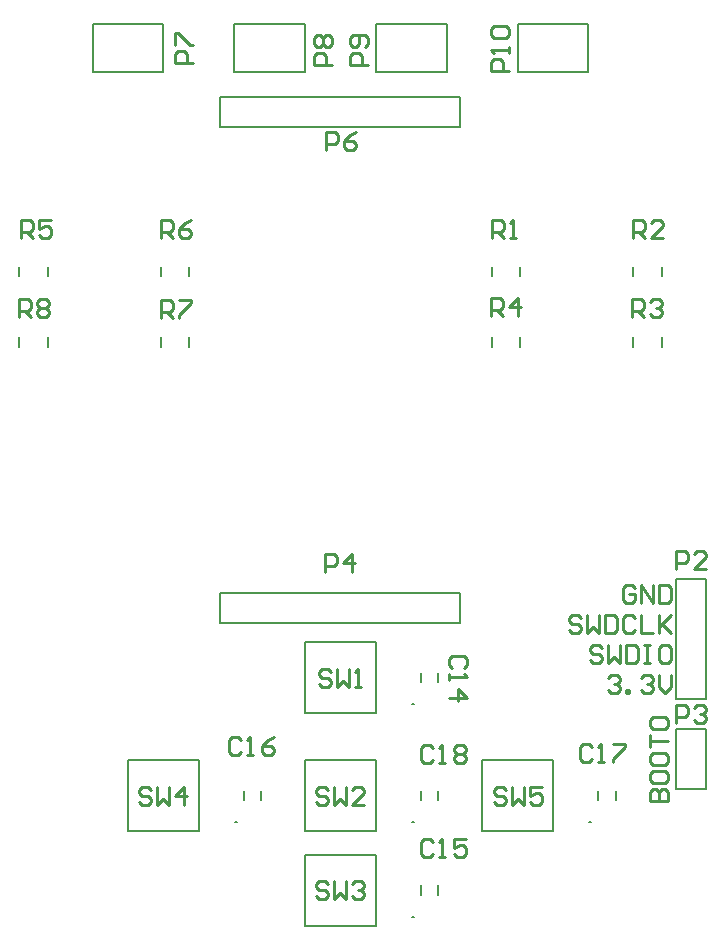
<source format=gto>
G04*
G04 #@! TF.GenerationSoftware,Altium Limited,Altium Designer,20.1.8 (145)*
G04*
G04 Layer_Color=65535*
%FSLAX25Y25*%
%MOIN*%
G70*
G04*
G04 #@! TF.SameCoordinates,8B47BC37-8199-49A1-8C2A-9A070CC082B9*
G04*
G04*
G04 #@! TF.FilePolarity,Positive*
G04*
G01*
G75*
%ADD10C,0.00787*%
%ADD11C,0.00787*%
%ADD12C,0.00500*%
%ADD13C,0.01000*%
D10*
X309902Y261972D02*
X309114D01*
X309902D01*
X250847Y301343D02*
X250059D01*
X250847D01*
X191791Y261972D02*
X191004D01*
X191791D01*
X250847D02*
X250059D01*
X250847D01*
Y230476D02*
X250059D01*
X250847D01*
X186236Y338425D02*
X266236D01*
X186236Y328425D02*
Y338425D01*
Y328425D02*
X266236D01*
Y338425D01*
X128598Y420433D02*
Y423583D01*
X119150Y420433D02*
Y423583D01*
X175843Y420433D02*
Y423583D01*
X166394Y420433D02*
Y423583D01*
X333323Y420433D02*
Y423583D01*
X323874Y420433D02*
Y423583D01*
X286079Y420433D02*
Y423583D01*
X276630Y420433D02*
Y423583D01*
X253008Y308622D02*
Y311772D01*
X258913Y308622D02*
Y311772D01*
X338000Y343000D02*
X348000D01*
Y303000D02*
Y343000D01*
X338000Y303000D02*
Y343000D01*
Y303000D02*
X348000D01*
X338000Y293000D02*
X348000D01*
Y273000D02*
Y293000D01*
X338000Y273000D02*
X348000D01*
X338000D02*
Y293000D01*
X266236Y493780D02*
Y503780D01*
X186236Y493780D02*
X266236D01*
X186236D02*
Y503780D01*
X266236D01*
X312063Y269252D02*
Y272402D01*
X317969Y269252D02*
Y272402D01*
X253008Y269252D02*
Y272402D01*
X258913Y269252D02*
Y272402D01*
X199858Y269252D02*
Y272402D01*
X193953Y269252D02*
Y272402D01*
X119150Y444055D02*
Y447205D01*
X128598Y444055D02*
Y447205D01*
X166394Y444055D02*
Y447205D01*
X175843Y444055D02*
Y447205D01*
X323874Y444055D02*
Y447205D01*
X333323Y444055D02*
Y447205D01*
X276630Y444055D02*
Y447205D01*
X286079Y444055D02*
Y447205D01*
X258913Y237756D02*
Y240906D01*
X253008Y237756D02*
Y240906D01*
D11*
X143594Y512153D02*
Y528153D01*
X167138Y512153D02*
Y528153D01*
X143594Y512153D02*
X167138D01*
X143594Y528154D02*
X167138D01*
X190838D02*
X214382D01*
X190838Y512153D02*
X214382D01*
Y528153D01*
X190838Y512153D02*
Y528153D01*
X238082Y512153D02*
Y528153D01*
X261626Y512153D02*
Y528153D01*
X238082Y512153D02*
X261626D01*
X238082Y528154D02*
X261626D01*
X285326D02*
X308870D01*
X285326Y512153D02*
X308870D01*
Y528153D01*
X285326Y512153D02*
Y528153D01*
D12*
X297102Y259016D02*
Y282638D01*
X273480Y259016D02*
X297102D01*
X273480D02*
Y282638D01*
X297102D01*
X238047Y298386D02*
Y322008D01*
X214425Y298386D02*
X238047D01*
X214425D02*
Y322008D01*
X238047D01*
X178992Y259016D02*
Y282638D01*
X155370Y259016D02*
X178992D01*
X155370D02*
Y282638D01*
X178992D01*
X238047Y259016D02*
Y282638D01*
X214425Y259016D02*
X238047D01*
X214425D02*
Y282638D01*
X238047D01*
Y227520D02*
Y251142D01*
X214425Y227520D02*
X238047D01*
X214425D02*
Y251142D01*
X238047D01*
D13*
X329502Y269000D02*
X335500D01*
Y271999D01*
X334500Y272999D01*
X333501D01*
X332501Y271999D01*
Y269000D01*
Y271999D01*
X331501Y272999D01*
X330502D01*
X329502Y271999D01*
Y269000D01*
Y277997D02*
Y275998D01*
X330502Y274998D01*
X334500D01*
X335500Y275998D01*
Y277997D01*
X334500Y278997D01*
X330502D01*
X329502Y277997D01*
Y283995D02*
Y281996D01*
X330502Y280996D01*
X334500D01*
X335500Y281996D01*
Y283995D01*
X334500Y284995D01*
X330502D01*
X329502Y283995D01*
Y286994D02*
Y290993D01*
Y288994D01*
X335500D01*
X330502Y292992D02*
X329502Y293992D01*
Y295991D01*
X330502Y296991D01*
X334500D01*
X335500Y295991D01*
Y293992D01*
X334500Y292992D01*
X330502D01*
X315500Y309998D02*
X316500Y310998D01*
X318499D01*
X319499Y309998D01*
Y308999D01*
X318499Y307999D01*
X317499D01*
X318499D01*
X319499Y306999D01*
Y306000D01*
X318499Y305000D01*
X316500D01*
X315500Y306000D01*
X321498Y305000D02*
Y306000D01*
X322498D01*
Y305000D01*
X321498D01*
X326496Y309998D02*
X327496Y310998D01*
X329496D01*
X330495Y309998D01*
Y308999D01*
X329496Y307999D01*
X328496D01*
X329496D01*
X330495Y306999D01*
Y306000D01*
X329496Y305000D01*
X327496D01*
X326496Y306000D01*
X332494Y310998D02*
Y306999D01*
X334494Y305000D01*
X336493Y306999D01*
Y310998D01*
X313499Y319998D02*
X312499Y320998D01*
X310500D01*
X309500Y319998D01*
Y318999D01*
X310500Y317999D01*
X312499D01*
X313499Y316999D01*
Y316000D01*
X312499Y315000D01*
X310500D01*
X309500Y316000D01*
X315498Y320998D02*
Y315000D01*
X317497Y316999D01*
X319497Y315000D01*
Y320998D01*
X321496D02*
Y315000D01*
X324495D01*
X325495Y316000D01*
Y319998D01*
X324495Y320998D01*
X321496D01*
X327494D02*
X329493D01*
X328494D01*
Y315000D01*
X327494D01*
X329493D01*
X335492Y320998D02*
X333492D01*
X332493Y319998D01*
Y316000D01*
X333492Y315000D01*
X335492D01*
X336491Y316000D01*
Y319998D01*
X335492Y320998D01*
X306499Y329998D02*
X305499Y330998D01*
X303500D01*
X302500Y329998D01*
Y328999D01*
X303500Y327999D01*
X305499D01*
X306499Y326999D01*
Y326000D01*
X305499Y325000D01*
X303500D01*
X302500Y326000D01*
X308498Y330998D02*
Y325000D01*
X310497Y326999D01*
X312497Y325000D01*
Y330998D01*
X314496D02*
Y325000D01*
X317495D01*
X318495Y326000D01*
Y329998D01*
X317495Y330998D01*
X314496D01*
X324493Y329998D02*
X323493Y330998D01*
X321494D01*
X320494Y329998D01*
Y326000D01*
X321494Y325000D01*
X323493D01*
X324493Y326000D01*
X326492Y330998D02*
Y325000D01*
X330491D01*
X332490Y330998D02*
Y325000D01*
Y326999D01*
X336489Y330998D01*
X333490Y327999D01*
X336489Y325000D01*
X324499Y339998D02*
X323499Y340998D01*
X321500D01*
X320500Y339998D01*
Y336000D01*
X321500Y335000D01*
X323499D01*
X324499Y336000D01*
Y337999D01*
X322499D01*
X326498Y335000D02*
Y340998D01*
X330497Y335000D01*
Y340998D01*
X332496D02*
Y335000D01*
X335495D01*
X336495Y336000D01*
Y339998D01*
X335495Y340998D01*
X332496D01*
X338002Y346400D02*
Y352398D01*
X341001D01*
X342000Y351399D01*
Y349399D01*
X341001Y348400D01*
X338002D01*
X347998Y346400D02*
X344000D01*
X347998Y350399D01*
Y351399D01*
X346999Y352398D01*
X344999D01*
X344000Y351399D01*
X282499Y512502D02*
X276501D01*
Y515501D01*
X277501Y516501D01*
X279500D01*
X280500Y515501D01*
Y512502D01*
X282499Y518501D02*
Y520500D01*
Y519500D01*
X276501D01*
X277501Y518501D01*
Y523499D02*
X276501Y524499D01*
Y526498D01*
X277501Y527498D01*
X281499D01*
X282499Y526498D01*
Y524499D01*
X281499Y523499D01*
X277501D01*
X235499Y514502D02*
X229501D01*
Y517501D01*
X230501Y518500D01*
X232500D01*
X233500Y517501D01*
Y514502D01*
X234499Y520500D02*
X235499Y521499D01*
Y523499D01*
X234499Y524498D01*
X230501D01*
X229501Y523499D01*
Y521499D01*
X230501Y520500D01*
X231500D01*
X232500Y521499D01*
Y524498D01*
X223499Y514502D02*
X217501D01*
Y517501D01*
X218501Y518500D01*
X220500D01*
X221500Y517501D01*
Y514502D01*
X218501Y520500D02*
X217501Y521499D01*
Y523499D01*
X218501Y524498D01*
X219500D01*
X220500Y523499D01*
X221500Y524498D01*
X222499D01*
X223499Y523499D01*
Y521499D01*
X222499Y520500D01*
X221500D01*
X220500Y521499D01*
X219500Y520500D01*
X218501D01*
X220500Y521499D02*
Y523499D01*
X176999Y515002D02*
X171001D01*
Y518001D01*
X172001Y519000D01*
X174000D01*
X175000Y518001D01*
Y515002D01*
X171001Y521000D02*
Y524998D01*
X172001D01*
X175999Y521000D01*
X176999D01*
X221502Y486001D02*
Y491999D01*
X224501D01*
X225500Y490999D01*
Y489000D01*
X224501Y488000D01*
X221502D01*
X231498Y491999D02*
X229499Y490999D01*
X227500Y489000D01*
Y487001D01*
X228499Y486001D01*
X230499D01*
X231498Y487001D01*
Y488000D01*
X230499Y489000D01*
X227500D01*
X256999Y286898D02*
X255999Y287898D01*
X254000D01*
X253000Y286898D01*
Y282900D01*
X254000Y281900D01*
X255999D01*
X256999Y282900D01*
X258998Y281900D02*
X260997D01*
X259998D01*
Y287898D01*
X258998Y286898D01*
X263996D02*
X264996Y287898D01*
X266996D01*
X267995Y286898D01*
Y285899D01*
X266996Y284899D01*
X267995Y283899D01*
Y282900D01*
X266996Y281900D01*
X264996D01*
X263996Y282900D01*
Y283899D01*
X264996Y284899D01*
X263996Y285899D01*
Y286898D01*
X264996Y284899D02*
X266996D01*
X221002Y345501D02*
Y351499D01*
X224001D01*
X225000Y350499D01*
Y348500D01*
X224001Y347500D01*
X221002D01*
X229999Y345501D02*
Y351499D01*
X227000Y348500D01*
X230998D01*
X281293Y272826D02*
X280293Y273826D01*
X278294D01*
X277294Y272826D01*
Y271827D01*
X278294Y270827D01*
X280293D01*
X281293Y269827D01*
Y268828D01*
X280293Y267828D01*
X278294D01*
X277294Y268828D01*
X283292Y273826D02*
Y267828D01*
X285291Y269827D01*
X287291Y267828D01*
Y273826D01*
X293289D02*
X289290D01*
Y270827D01*
X291289Y271827D01*
X292289D01*
X293289Y270827D01*
Y268828D01*
X292289Y267828D01*
X290290D01*
X289290Y268828D01*
X163182Y272826D02*
X162183Y273826D01*
X160183D01*
X159184Y272826D01*
Y271827D01*
X160183Y270827D01*
X162183D01*
X163182Y269827D01*
Y268828D01*
X162183Y267828D01*
X160183D01*
X159184Y268828D01*
X165182Y273826D02*
Y267828D01*
X167181Y269827D01*
X169181Y267828D01*
Y273826D01*
X174179Y267828D02*
Y273826D01*
X171180Y270827D01*
X175179D01*
X222237Y241330D02*
X221238Y242330D01*
X219238D01*
X218239Y241330D01*
Y240331D01*
X219238Y239331D01*
X221238D01*
X222237Y238331D01*
Y237331D01*
X221238Y236332D01*
X219238D01*
X218239Y237331D01*
X224237Y242330D02*
Y236332D01*
X226236Y238331D01*
X228236Y236332D01*
Y242330D01*
X230235Y241330D02*
X231235Y242330D01*
X233234D01*
X234234Y241330D01*
Y240331D01*
X233234Y239331D01*
X232234D01*
X233234D01*
X234234Y238331D01*
Y237331D01*
X233234Y236332D01*
X231235D01*
X230235Y237331D01*
X222237Y272826D02*
X221238Y273826D01*
X219238D01*
X218239Y272826D01*
Y271827D01*
X219238Y270827D01*
X221238D01*
X222237Y269827D01*
Y268828D01*
X221238Y267828D01*
X219238D01*
X218239Y268828D01*
X224237Y273826D02*
Y267828D01*
X226236Y269827D01*
X228236Y267828D01*
Y273826D01*
X234234Y267828D02*
X230235D01*
X234234Y271827D01*
Y272826D01*
X233234Y273826D01*
X231235D01*
X230235Y272826D01*
X223237Y312196D02*
X222237Y313196D01*
X220238D01*
X219238Y312196D01*
Y311197D01*
X220238Y310197D01*
X222237D01*
X223237Y309197D01*
Y308198D01*
X222237Y307198D01*
X220238D01*
X219238Y308198D01*
X225237Y313196D02*
Y307198D01*
X227236Y309197D01*
X229235Y307198D01*
Y313196D01*
X231235Y307198D02*
X233234D01*
X232234D01*
Y313196D01*
X231235Y312196D01*
X119002Y430501D02*
Y436499D01*
X122001D01*
X123000Y435499D01*
Y433500D01*
X122001Y432500D01*
X119002D01*
X121001D02*
X123000Y430501D01*
X125000Y435499D02*
X125999Y436499D01*
X127999D01*
X128998Y435499D01*
Y434500D01*
X127999Y433500D01*
X128998Y432500D01*
Y431501D01*
X127999Y430501D01*
X125999D01*
X125000Y431501D01*
Y432500D01*
X125999Y433500D01*
X125000Y434500D01*
Y435499D01*
X125999Y433500D02*
X127999D01*
X166502Y430001D02*
Y435999D01*
X169501D01*
X170500Y434999D01*
Y433000D01*
X169501Y432000D01*
X166502D01*
X168501D02*
X170500Y430001D01*
X172500Y435999D02*
X176498D01*
Y434999D01*
X172500Y431001D01*
Y430001D01*
X166400Y456700D02*
Y462698D01*
X169399D01*
X170399Y461698D01*
Y459699D01*
X169399Y458699D01*
X166400D01*
X168399D02*
X170399Y456700D01*
X176397Y462698D02*
X174397Y461698D01*
X172398Y459699D01*
Y457700D01*
X173398Y456700D01*
X175397D01*
X176397Y457700D01*
Y458699D01*
X175397Y459699D01*
X172398D01*
X119860Y456729D02*
Y462727D01*
X122859D01*
X123859Y461728D01*
Y459728D01*
X122859Y458729D01*
X119860D01*
X121859D02*
X123859Y456729D01*
X129857Y462727D02*
X125858D01*
Y459728D01*
X127857Y460728D01*
X128857D01*
X129857Y459728D01*
Y457729D01*
X128857Y456729D01*
X126858D01*
X125858Y457729D01*
X276356Y430730D02*
Y436728D01*
X279355D01*
X280354Y435729D01*
Y433730D01*
X279355Y432730D01*
X276356D01*
X278355D02*
X280354Y430730D01*
X285353D02*
Y436728D01*
X282354Y433730D01*
X286353D01*
X323502Y430501D02*
Y436499D01*
X326501D01*
X327500Y435499D01*
Y433500D01*
X326501Y432500D01*
X323502D01*
X325501D02*
X327500Y430501D01*
X329500Y435499D02*
X330499Y436499D01*
X332499D01*
X333498Y435499D01*
Y434500D01*
X332499Y433500D01*
X331499D01*
X332499D01*
X333498Y432500D01*
Y431501D01*
X332499Y430501D01*
X330499D01*
X329500Y431501D01*
X323900Y456700D02*
Y462698D01*
X326899D01*
X327899Y461698D01*
Y459699D01*
X326899Y458699D01*
X323900D01*
X325899D02*
X327899Y456700D01*
X333897D02*
X329898D01*
X333897Y460699D01*
Y461698D01*
X332897Y462698D01*
X330898D01*
X329898Y461698D01*
X276600Y456700D02*
Y462698D01*
X279599D01*
X280599Y461698D01*
Y459699D01*
X279599Y458699D01*
X276600D01*
X278599D02*
X280599Y456700D01*
X282598D02*
X284597D01*
X283598D01*
Y462698D01*
X282598Y461698D01*
X338002Y295001D02*
Y300999D01*
X341001D01*
X342000Y299999D01*
Y298000D01*
X341001Y297000D01*
X338002D01*
X344000Y299999D02*
X344999Y300999D01*
X346999D01*
X347998Y299999D01*
Y299000D01*
X346999Y298000D01*
X345999D01*
X346999D01*
X347998Y297000D01*
Y296001D01*
X346999Y295001D01*
X344999D01*
X344000Y296001D01*
X310001Y286999D02*
X309001Y287999D01*
X307002D01*
X306002Y286999D01*
Y283001D01*
X307002Y282001D01*
X309001D01*
X310001Y283001D01*
X312000Y282001D02*
X314000D01*
X313000D01*
Y287999D01*
X312000Y286999D01*
X316999Y287999D02*
X320998D01*
Y286999D01*
X316999Y283001D01*
Y282001D01*
X193001Y289499D02*
X192001Y290499D01*
X190002D01*
X189002Y289499D01*
Y285501D01*
X190002Y284501D01*
X192001D01*
X193001Y285501D01*
X195001Y284501D02*
X197000D01*
X196000D01*
Y290499D01*
X195001Y289499D01*
X203998Y290499D02*
X201998Y289499D01*
X199999Y287500D01*
Y285501D01*
X200999Y284501D01*
X202998D01*
X203998Y285501D01*
Y286500D01*
X202998Y287500D01*
X199999D01*
X256999Y255398D02*
X255999Y256398D01*
X254000D01*
X253000Y255398D01*
Y251400D01*
X254000Y250400D01*
X255999D01*
X256999Y251400D01*
X258998Y250400D02*
X260997D01*
X259998D01*
Y256398D01*
X258998Y255398D01*
X267995Y256398D02*
X263996D01*
Y253399D01*
X265996Y254399D01*
X266996D01*
X267995Y253399D01*
Y251400D01*
X266996Y250400D01*
X264996D01*
X263996Y251400D01*
X267499Y313499D02*
X268499Y314498D01*
Y316498D01*
X267499Y317498D01*
X263501D01*
X262501Y316498D01*
Y314498D01*
X263501Y313499D01*
X262501Y311500D02*
Y309500D01*
Y310500D01*
X268499D01*
X267499Y311500D01*
X262501Y303502D02*
X268499D01*
X265500Y306501D01*
Y302502D01*
M02*

</source>
